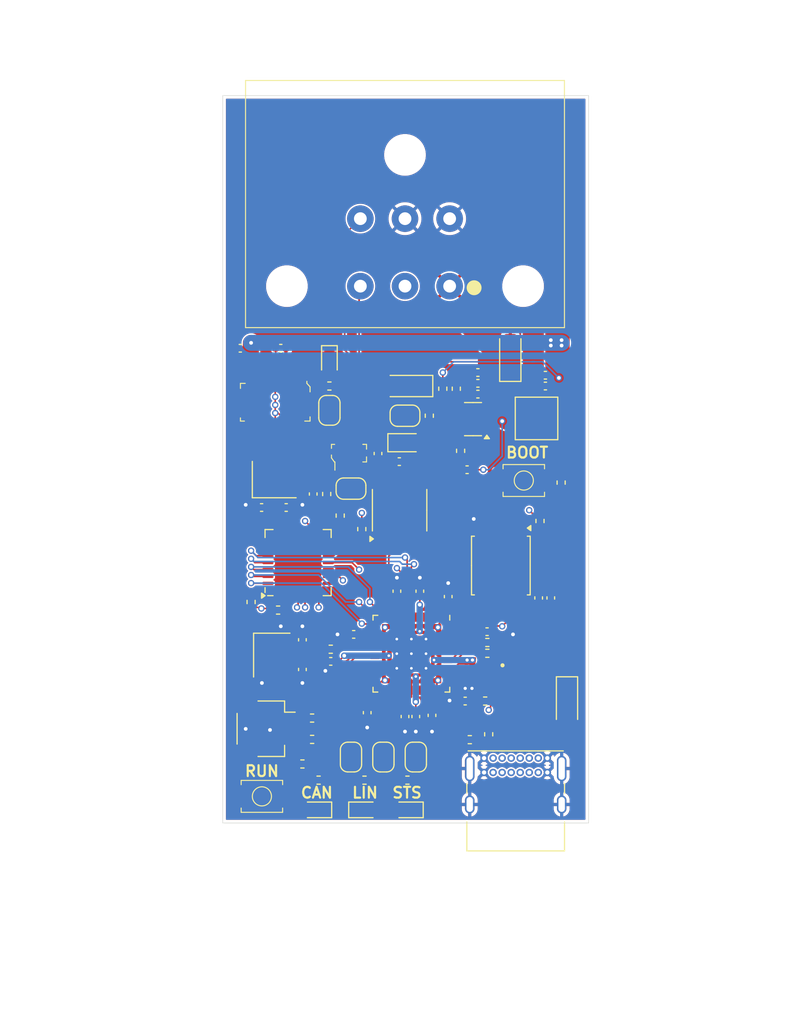
<source format=kicad_pcb>
(kicad_pcb (version 20241229) (generator "pcbnew") (generator_version "9.0")
  (layers (0 "F.Cu" signal) (4 "In1.Cu" power) (6 "In2.Cu" power) (2 "B.Cu" signal) (13 "F.Paste" user) (15 "B.Paste" user) (5 "F.SilkS" user "F.Silkscreen") (7 "B.SilkS" user "B.Silkscreen") (1 "F.Mask" user) (3 "B.Mask" user) (25 "Edge.Cuts" user))
  (net 0 "")
  (net 1 "LIN")
  (net 2 "GND")
  (net 3 "+12P")
  (net 4 "+5V")
  (net 5 "Net-(U6-OSC2)")
  (net 6 "Net-(U6-OSC1)")
  (net 7 "/Microcontroller/XIN")
  (net 8 "Net-(C7-Pad1)")
  (net 9 "+1V1")
  (net 10 "+3.3V")
  (net 11 "/Microcontroller/VREG_AVDD")
  (net 12 "Net-(C27-Pad1)")
  (net 13 "CAN_L")
  (net 14 "CAN_H")
  (net 15 "Net-(D5-A)")
  (net 16 "Net-(D6-A)")
  (net 17 "Net-(D8-A)")
  (net 18 "Net-(D9-A)")
  (net 19 "/Microcontroller/SWD")
  (net 20 "/Microcontroller/SWCLK")
  (net 22 "/Connectors/USB_D-")
  (net 23 "/Connectors/USB_D+")
  (net 25 "Net-(J2-CC1)")
  (net 26 "Net-(J2-CC2)")
  (net 27 "Net-(D14-A)")
  (net 28 "Net-(JP1-B)")
  (net 29 "Net-(JP2-B)")
  (net 30 "Net-(JP2-A)")
  (net 31 "Net-(JP3-A)")
  (net 32 "Net-(JP3-B)")
  (net 33 "Net-(JP4-B)")
  (net 34 "Net-(JP4-A)")
  (net 35 "Net-(JP5-A)")
  (net 36 "/Microcontroller/VREG_LX")
  (net 37 "Net-(D2-K)")
  (net 38 "/LIN/RX")
  (net 39 "/Microcontroller/XOUT")
  (net 40 "Net-(U6-~{CS})")
  (net 41 "Net-(U1-USB_DM)")
  (net 42 "Net-(U1-USB_DP)")
  (net 43 "/Microcontroller/QSPI_SS")
  (net 44 "Net-(R11-Pad1)")
  (net 45 "Net-(R12-Pad2)")
  (net 46 "Net-(U1-SWCLK)")
  (net 47 "Net-(U1-SWD)")
  (net 48 "Net-(U6-~{RESET})")
  (net 49 "Net-(U6-STBY)")
  (net 50 "Net-(U3-BOOT)")
  (net 51 "Net-(U3-FB)")
  (net 52 "/Microcontroller/RUN")
  (net 53 "/CAN/~{RX0BF}")
  (net 56 "/Microcontroller/QSPI_SD3")
  (net 58 "/LIN/TX")
  (net 60 "/Microcontroller/QSPI_SD0")
  (net 63 "/CAN/MOSI")
  (net 66 "/CAN/~{INT}")
  (net 67 "/Microcontroller/QSPI_SD1")
  (net 68 "/Microcontroller/QSPI_SD2")
  (net 72 "/CAN/MISO")
  (net 74 "/LIN/~{SLP}")
  (net 75 "/CAN/SCK")
  (net 76 "/CAN/~{TX0RTS}")
  (net 77 "/Microcontroller/QSPI_SCLK")
  (net 86 "Net-(U6-R_{XD})")
  (net 89 "Net-(U6-T_{XD})")
  (net 94 "+12V")
  (net 95 "Net-(JP6-B)")
  (net 97 "/Power/SW")
  (footprint "Resistor_SMD:R_0402_1005Metric" (layer "F.Cu") (at -4.064 11.938 -90)
    (property "Reference" "R2" (hide yes))
    (property "Value" "2.4K")
  )
  (footprint "Capacitor_SMD:C_0402_1005Metric" (layer "F.Cu") (at 4.064 18.288 -90)
    (property "Reference" "C15" (hide yes))
    (property "Value" "100nF")
  )
  (footprint "Resistor_SMD:R_0402_1005Metric" (layer "F.Cu") (at -6.096 10.668 -90)
    (property "Reference" "R17" (hide yes))
    (property "Value" "120R")
  )
  (footprint "Resistor_SMD:R_0402_1005Metric" (layer "F.Cu") (at 12.7 11.174 -90)
    (property "Reference" "R10" (hide yes))
    (property "Value" "10K")
  )
  (footprint "Capacitor_SMD:C_0402_1005Metric" (layer "F.Cu") (at -9.652 22.352 -90)
    (property "Reference" "C6" (hide yes))
    (property "Value" "15pF")
  )
  (footprint "Capacitor_SMD:C_0402_1005Metric" (layer "F.Cu") (at -11.176 9.906)
    (property "Reference" "C4" (hide yes))
    (property "Value" "22pF")
  )
  (footprint "Jumper:SolderJumper-2_P1.3mm_Bridged_RoundedPad1.0x1.5mm" (layer "F.Cu") (at -2.032 33.385 90)
    (property "Reference" "JP2" (hide yes))
    (property "Value" "LIN_LED")
  )
  (footprint "Capacitor_SMD:C_0402_1005Metric" (layer "F.Cu") (at -6.985 24.384)
    (property "Reference" "C9" (hide yes))
    (property "Value" "4.7uF")
  )
  (footprint "RP2350_60QFN_minimal:C_0402_1005Metric_small_pads" (layer "F.Cu") (at 5.334 25.654 90)
    (property "Reference" "C20" (hide yes))
    (property "Value" "4.7uF")
  )
  (footprint "Capacitor_SMD:C_0402_1005Metric" (layer "F.Cu") (at 13.716 18.415 -90)
    (property "Reference" "C19" (hide yes))
    (property "Value" "100nF")
  )
  (footprint "Package_DFN_QFN:QFN-28-1EP_6x6mm_P0.65mm_EP4.25x4.25mm" (layer "F.Cu") (at -10.056 15.09 90)
    (property "Reference" "U6" (hide yes))
    (property "Value" "MCP25625x-x-ML")
  )
  (footprint "Resistor_SMD:R_0402_1005Metric" (layer "F.Cu") (at 3.556 -1.27 90)
    (property "Reference" "R23" (hide yes))
    (property "Value" "52.3K")
  )
  (footprint "Capacitor_SMD:C_0402_1005Metric" (layer "F.Cu") (at -8.636 8.636 90)
    (property "Reference" "C3" (hide yes))
    (property "Value" "100nF")
  )
  (footprint "Capacitor_SMD:C_0402_1005Metric" (layer "F.Cu") (at 13.208 -1.524 180)
    (property "Reference" "C29" (hide yes))
    (property "Value" "22uF")
  )
  (footprint "Inductors_SMD:Wuerth_LHMI" (layer "F.Cu") (at 12.374 1.524)
    (property "Reference" "L2" (hide yes))
    (property "Value" "5.6uH")
  )
  (footprint "Crystal:Crystal_SMD_3225-4Pin_3.2x2.5mm" (layer "F.Cu") (at -12.534 23.792 -90)
    (property "Reference" "Y1" (hide yes))
    (property "Value" "ABM8-272-T3")
  )
  (footprint "Package_SO:SOIC-8_3.9x4.9mm_P1.27mm" (layer "F.Cu") (at -0.508 10.16 90)
    (property "Reference" "U2" (hide yes))
    (property "Value" "TJA1029T")
  )
  (footprint "Resistor_SMD:R_0402_1005Metric" (layer "F.Cu") (at -7.366 8.636 -90)
    (property "Reference" "R19" (hide yes))
    (property "Value" "10K")
  )
  (footprint "Resistor_SMD:R_0402_1005Metric" (layer "F.Cu") (at 6.096 31.75 180)
    (property "Reference" "R14" (hide yes))
    (property "Value" "5.1K")
  )
  (footprint "Package_TO_SOT_SMD:SOT-23-6" (layer "F.Cu") (at 6.3995 1.59 180)
    (property "Reference" "U3" (hide yes))
    (property "Value" "TPS56339DDC")
  )
  (footprint "Diode_SMD:D_SOD-123" (layer "F.Cu") (at 15.24 28.194 -90)
    (property "Reference" "D14" (hide yes))
    (property "Value" "Schottky")
  )
  (footprint "Capacitor_SMD:C_0402_1005Metric" (layer "F.Cu") (at 13.208 -2.54 180)
    (property "Reference" "C28" (hide yes))
    (property "Value" "22uF")
  )
  (footprint "Connector_USB:USB_C_Receptacle_GCT_USB4085" (layer "F.Cu") (at 7.439 33.486)
    (property "Reference" "J2" (hide yes))
    (property "Value" "USB_C_Receptacle_USB2.0")
  )
  (footprint "Resistor_SMD:R_0402_1005Metric" (layer "F.Cu") (at -9.652 34.036)
    (property "Reference" "R11" (hide yes))
    (property "Value" "1K")
  )
  (footprint "Capacitor_SMD:C_0402_1005Metric" (layer "F.Cu") (at 5.842 6.35)
    (property "Reference" "C27" (hide yes))
    (property "Value" "100nF")
  )
  (footprint "Capacitor_SMD:C_0402_1005Metric" (layer "F.Cu") (at -3.556 29.21 90)
    (property "Reference" "C13" (hide yes))
    (property "Value" "100nF")
  )
  (footprint "Diode_SMD:D_SOD-123" (layer "F.Cu") (at 9.906 -4.318 90)
    (property "Reference" "D3" (hide yes))
    (property "Value" "Schottky")
  )
  (footprint "Capacitor_SMD:C_0402_1005Metric" (layer "F.Cu") (at 6.858 -2.794 180)
    (property "Reference" "C26" (hide yes))
    (property "Value" "10uF")
  )
  (footprint "Capacitor_SMD:C_0402_1005Metric" (layer "F.Cu") (at -2.54 4.826 90)
    (property "Reference" "C2" (hide yes))
    (property "Value" "100nF")
  )
  (footprint "Capacitor_SMD:C_0402_1005Metric" (layer "F.Cu") (at 1.016 29.573568 90)
    (property "Reference" "C8" (hide yes))
    (property "Value" "100nF")
  )
  (footprint "Resistor_SMD:R_0402_1005Metric" (layer "F.Cu") (at -6.985 23.241 180)
    (property "Reference" "R3" (hide yes))
    (property "Value" "1K")
  )
  (footprint "Jumper:SolderJumper-2_P1.3mm_Open_RoundedPad1.0x1.5mm" (layer "F.Cu") (at -5.08 8.128 180)
    (property "Reference" "JP1" (hide yes))
    (property "Value" "TERM")
  )
  (footprint "Jumper:SolderJumper-2_P1.3mm_Bridged_RoundedPad1.0x1.5mm" (layer "F.Cu") (at 1.018 33.385 90)
    (property "Reference" "JP3" (hide yes))
    (property "Value" "CAN_LED")
  )
  (footprint "Resistor_SMD:R_0402_1005Metric" (layer "F.Cu") (at -8.7396 29.718 180)
    (property "Reference" "R15" (hide yes))
    (property "Value" "100R")
  )
  (footprint "Capacitor_SMD:C_0402_1005Metric" (layer "F.Cu") (at 0 29.573568 90)
    (property "Reference" "C14" (hide yes))
    (property "Value" "100nF")
  )
  (footprint "Resistor_SMD:R_0402_1005Metric" (layer "F.Cu") (at -3.81 35.56 180)
    (property "Reference" "R7" (hide yes))
    (property "Value" "120R")
  )
  (footprint "digikey-footprints:SOT-23-3" (layer "F.Cu") (at -5.268 4.792 90)
    (property "Reference" "D4" (hide yes))
    (property "Value" "NUP2105LT1G")
  )
  (footprint "Resistor_SMD:R_0402_1005Metric" (layer "F.Cu") (at 2.286 1.27 -90)
    (property "Reference" "R1" (hide yes))
    (property "Value" "1K")
  )
  (footprint "Capacitor_SMD:C_0402_1005Metric" (layer "F.Cu") (at -0.762 17.78 -90)
    (property "Reference" "C17" (hide yes))
    (property "Value" "100nF")
  )
  (footprint "Jumper:SolderJumper-2_P1.3mm_Bridged_RoundedPad1.0x1.5mm" (layer "F.Cu") (at -5.08 33.385 90)
    (property "Reference" "JP4" (hide yes))
    (property "Value" "STATUS_LED")
  )
  (footprint "Capacitor_SMD:C_0402_1005Metric" (layer "F.Cu") (at -0.536 5.588)
    (property "Reference" "C1" (hide yes))
    (property "Value" "220pF")
  )
  (footprint "Capacitor_SMD:C_0402_1005Metric" (layer "F.Cu") (at 6.858 -1.778 180)
    (property "Reference" "C25" (hide yes))
    (property "Value" "10uF")
  )
  (footprint "Package_SO:SOIC-8_5.3x5.3mm_P1.27mm" (layer "F.Cu") (at 9.017 15.367 -90)
    (property "Reference" "U5" (hide yes))
    (property "Value" "W25Q128JVS")
  )
  (footprint "Capacitor_SMD:C_0402_1005Metric" (layer "F.Cu") (at 1.397 17.78 -90)
    (property "Reference" "C10" (hide yes))
    (property "Value" "100nF")
  )
  (footprint "Capacitor_SMD:C_0402_1005Metric" (layer "F.Cu") (at 2.54 29.464 90)
    (property "Reference" "C12" (hide yes))
    (property "Value" "100nF")
  )
  (footprint "Capacitor_SMD:C_0402_1005Metric" (layer "F.Cu") (at -4.826 21.844)
    (property "Reference" "C16" (hide yes))
    (property "Value" "100nF")
  )
  (footprint "Diode_SMD:D_SOD-123" (layer "F.Cu") (at 0.254 -1.524 180)
    (property "Reference" "D2" (hide yes))
    (property "Value" "Schottky")
  )
  (footprint "Resistor_SMD:R_0402_1005Metric" (layer "F.Cu") (at -8.7376 31.7246)
    (property "Reference" "R16" (hide yes))
    (property "Value" "100R")
  )
  (footprint "LED_SMD:LED_0603_1608Metric" (layer "F.Cu") (at -7.112 -3.8355 -90)
    (property "Reference" "D6" (hide yes))
    (property "Value" "POWER")
  )
  (footprint "Resistor_SMD:R_0402_1005Metric" (layer "F.Cu") (at 5.2324 4.572 -90)
    (property "Reference" "R21" (hide yes))
    (property "Value" "30R")
  )
  (footprint "RP2350_60QFN_minimal:RP2350-QFN-60-1EP_7x7_P0.4mm_EP3.4x3.4mm_ThermalVias" (layer "F.Cu") (at 0.6016 23.66 -90)
    (property "Reference" "U1" (hide yes))
    (property "Value" "RP2350_60QFN")
  )
  (footprint "Diode_SMD:D_SOD-323" (layer "F.Cu") (at 0 3.81)
    (property "Reference" "D1" (hide yes))
    (property "Value" "PESD1LIN")
  )
  (footprint "Capacitor_SMD:C_0402_1005Metric" (layer "F.Cu") (at -9.652 25.146 -90)
    (property "Reference" "C7" (hide yes))
    (property "Value" "15pF")
  )
  (footprint "Connector_JST:JST_SH_SM03B-SRSS-TB_1x03-1MP_P1.00mm_Horizontal" (layer "F.Cu") (at -13.111 30.7226 -90)
    (property "Reference" "J1" (hide yes))
    (property "Value" "DEBUG")
  )
  (footprint "Capacitor_SMD:C_0402_1005Metric" (layer "F.Cu") (at 6.858 -0.762 180)
    (property "Reference" "C24" (hide yes))
    (property "Value" "100nF")
  )
  (footprint "Resistor_SMD:R_0402_1005Metric" (layer "F.Cu") (at -11.938 19.558)
    (property "Reference" "R18" (hide yes))
    (property "Value" "10K")
  )
  (footprint "Capacitor_SMD:C_0402_1005Metric" (layer "F.Cu") (at 12.573 18.415 -90)
    (property "Reference" "C23" (hide yes))
    (property "Value" "2.2uF")
  )
  (footprint "Capacitor_SMD:C_0402_1005Metric" (layer "F.Cu") (at -11.684 -5.08)
    (property "Reference" "C31" (hide yes))
    (property "Value" "10uF")
  )
  (footprint "Capacitor_SMD:C_0402_1005Metric" (layer "F.Cu") (at -15.494 -5.08 180)
    (property "Reference" "C30" (hide yes))
    (property "Value" "100nF")
  )
  (footprint "Jumper:SolderJumper-2_P1.3mm_Bridged_RoundedPad1.0x1.5mm" (layer "F.Cu") (at 0 1.27)
    (property "Reference" "JP6" (hide yes))
    (property "Value" "MASTER")
  )
  (footprint "Buttons:TS-1088-AR02016" (layer "F.Cu") (at 11.176 7.366)
    (property "Reference" "SW3" (hide yes))
    (property "Value" "BOOT")
  )
  (footprint "Resistor_SMD:R_0402_1005Metric" (layer "F.Cu") (at 4.826 -1.27 -90)
    (property "Reference" "R22" (hide yes))
    (property "Value" "10K")
  )
  (footprint "Jumper:SolderJumper-2_P1.3mm_Bridged_RoundedPad1.0x1.5mm" (layer "F.Cu") (at -7.112 0.762 -90)
    (property "Reference" "JP5" (hide yes))
    (property "Value" "POWER_LED")
  )
  (footprint "RP2350_60QFN_minimal:C_0402_1005Metric_small_pads" (layer "F.Cu") (at 6.3246 25.654 90)
    (property "Reference" "C21" (hide yes))
    (property "Value" "4.7uF")
  )
  (footprint "Crystal:Crystal_SMD_3225-4Pin_3.2x2.5mm" (layer "F.Cu") (at -12.304 7.278)
    (property "Reference" "Y2" (hide yes))
    (property "Value" "16MHz 12pF")
  )
  (footprint "RP2350_60QFN_minimal:L_pol_2016" (layer "F.Cu") (at 7.874 25.654 -90)
    (property "Reference" "L1" (hide yes))
    (property "Value" "3.3uH")
  )
  (footprint "LED_SMD:LED_0603_1608Metric" (layer "F.Cu") (at -3.81 38.354)
    (property "Reference" "D8" (hide yes))
    (property "Value" "LIN")
  )
  (footprint "Resistor_SMD:R_0402_1005Metric" (layer "F.Cu") (at 7.874 31.242 -90)
    (property "Reference" "R13" (hide yes))
    (property "Value" "5.1K")
  )
  (footprint "Resistor_SMD:R_0402_1005Metric" (layer "F.Cu") (at 14.689 7.561 90)
    (property "Reference" "R12" (hide yes))
    (property "Value" "1K")
  )
  (footprint "Resistor_SMD:R_0402_1005Metric" (layer "F.Cu") (at -7.112 -1.524)
    (property "Reference" "R24" (hide yes))
    (property "Value" "120R")
  )
  (footprint "Capacitor_SMD:C_0402_1005Metric" (layer "F.Cu") (at 5.6616 28.1178)
    (property "Reference" "C22" (hide yes))
    (property "Value" "4.7uF")
  )
  (footprint "Resistor_SMD:R_0402_1005Metric" (layer "F.Cu") (at -14.478 18.796 90)
    (property "Reference" "R4" (hide yes))
    (property "Value" "10K")
  )
  (footprint "digikey-footprints:SOT-223" (layer "F.Cu") (at -12.206 0 180)
    (property "Reference" "U4" (hide yes))
    (property "Value" "LD1117S33CTR")
  )
  (footprint "LED_SMD:LED_0603_1608Metric" (layer "F.Cu") (at 0.2285 38.354 180)
    (property "Reference" "D9" (hide yes))
    (property "Value" "CAN")
  )
  (footprint "LED_SMD:LED_0603_1608Metric" (layer "F.Cu") (at -8.382 38.354 180)
    (property "Reference" "D5" (hide yes))
    (property "Value" "STATUS")
  )
  (footprint "Resistor_SMD:R_0402_1005Metric" (layer "F.Cu") (at 0.2285 35.559 180)
    (property "Reference" "R8" (hide yes))
    (property "Value" "120R")
  )
  (footprint "Buttons:TS-1088-AR02016" (layer "F.Cu") (at -13.462 37.084)
    (property "Reference" "SW2" (hide yes))
    (property "Value" "RESET")
  )
  (footprint "Resistor_SMD:R_0402_1005Metric" (layer "F.Cu") (at 7.747 22.606 180)
    (property "Reference" "R9" (hide yes))
    (property "Value" "27R")
  )
  (footprint "Capacitor_SMD:C_0402_1005Metric" (layer "F.Cu") (at 7.7216 21.59 180)
    (property "Reference" "C11" (hide yes))
    (property "Value" "100nF")
  )
  (footprint "Resistor_SMD:R_0402_1005Metric" (layer "F.Cu") (at 7.5412 28.1178 180)
    (property "Reference" "R6" (hide yes))
    (property "Value" "33R")
  )
  (footprint "Resistor_SMD:R_0402_1005Metric" (layer "F.Cu") (at 7.747 23.622 180)
    (property "Reference" "R5" (hide yes))
    (property "Value" "27R")
  )
  (footprint "Resistor_SMD:R_0402_1005Metric" (layer "F.Cu") (at -8.128 35.559 180)
    (property "Reference" "R20" (hide yes))
    (property "Value" "120R")
  )
  (footprint "ATM:ATM13-6P" (layer "F.Cu") (at 0 -23.272)
    (property "Reference" "J4" (hide yes))
    (property "Value" "ATM15-6P-BM03")
  )
  (footprint "Capacitor_SMD:C_0402_1005Metric" (layer "F.Cu") (at -13.49 9.906 180)
    (property "Reference" "C5" (hide yes))
    (property "Value" "22pF")
  )
  (gr_rect (start -17.143 -28.86) (end 17.274 39.593) (stroke (width 0.05)) (fill no) (layer "Edge.Cuts"))
  (gr_text "LIN" (at -5.08 37.338 0) (layer "F.SilkS") (effects (font (size 1.016 1.016) (thickness 0.2032) (bold yes)) (justify left bottom)))
  (gr_text "CAN" (at -9.906 37.338 0) (layer "F.SilkS") (effects (font (size 1.016 1.016) (thickness 0.2032) (bold yes)) (justify left bottom)))
  (gr_text "STS" (at -1.2955 37.338 0) (layer "F.SilkS") (effects (font (size 1.016 1.016) (thickness 0.2032) (bold yes)) (justify left bottom)))
  (gr_text "RUN" (at -13.462 35.306 0) (layer "F.SilkS") (effects (font (size 1.016 1.016) (thickness 0.2032) (bold yes)) (justify bottom)))
  (gr_text "BOOT" (at 9.398 5.334 0) (layer "F.SilkS") (effects (font (size 1.016 1.016) (thickness 0.2032) (bold yes)) (justify left bottom)))
  (segment (start -1.05 3.81) (end -1.05 3.59) (width 0.15) (layer "F.Cu") (net 1))
  (segment (start 0.127 7.685) (end 0.127 6.731) (width 0.15) (layer "F.Cu") (net 1))
  (segment (start -0.65 3.19) (end -0.65 1.27) (width 0.15) (layer "F.Cu") (net 1))
  (segment (start -1.016 3.844) (end -1.05 3.81) (width 0.15) (layer "F.Cu") (net 1))
  (segment (start -1.05 3.59) (end -0.65 3.19) (width 0.15) (layer "F.Cu") (net 1))
  (segment (start 0.127 6.731) (end -1.016 5.588) (width 0.15) (layer "F.Cu") (net 1))
  (segment (start -1.016 5.588) (end -1.016 3.844) (width 0.15) (layer "F.Cu") (net 1))
  (segment (start -11.684 22.692) (end -11.684 21.082) (width 0.15) (layer "F.Cu") (net 2))
  (segment (start -14.986 30.734) (end -14.986 33.0226) (width 0.15) (layer "F.Cu") (net 2))
  (segment (start 0 30.988) (end 0 30.053568) (width 0.15) (layer "F.Cu") (net 2))
  (segment (start -13.384 24.892) (end -13.384 26.338) (width 0.15) (layer "F.Cu") (net 2))
  (segment (start -13.97 9.906) (end -14.732 9.906) (width 0.15) (layer "F.Cu") (net 2))
  (segment (start -0.762 16.637) (end -0.635 16.51) (width 0.15) (layer "F.Cu") (net 2))
  (segment (start -9.906 9.906) (end -9.652 9.652) (width 0.15) (layer "F.Cu") (net 2))
  (segment (start -7.465 24.384) (end -7.465 25.245) (width 0.15) (layer "F.Cu") (net 2))
  (segment (start -14.732 9.906) (end -14.986 9.652) (width 0.15) (layer "F.Cu") (net 2))
  (segment (start 8.4556 21.844) (end 10.16 21.844) (width 0.15) (layer "F.Cu") (net 2))
  (segment (start -11.111 30.7226) (end -12.587 30.7226) (width 0.15) (layer "F.Cu") (net 2))
  (segment (start -13.384 26.338) (end -13.462 26.416) (width 0.15) (layer "F.Cu") (net 2))
  (segment (start 4.064 17.808) (end 4.064 17.018) (width 0.15) (layer "F.Cu") (net 2))
  (segment (start -9.652 21.872) (end -9.652 21.082) (width 0.15) (layer "F.Cu") (net 2))
  (segment (start 4.2418 28.1178) (end 4.191 28.067) (width 0.4) (layer "F.Cu") (net 2))
  (segment (start 1.397 16.51) (end 1.397 17.3) (width 0.15) (layer "F.Cu") (net 2))
  (segment (start -9.652 25.626) (end -9.652 26.416) (width 0.15) (layer "F.Cu") (net 2))
  (segment (start 1.016 30.988) (end 1.016 30.053568) (width 0.15) (layer "F.Cu") (net 2))
  (segment (start 8.2016 21.59) (end 8.4556 21.844) (width 0.15) (layer "F.Cu") (net 2))
  (segment (start -10.696 9.906) (end -9.906 9.906) (width 0.15) (layer "F.Cu") (net 2))
  (segment (start 5.1816 28.1178) (end 4.2418 28.1178) (width 0.4) (layer "F.Cu") (net 2))
  (segment (start -12.587 30.7226) (end -12.7 30.8356) (width 0.15) (layer "F.Cu") (net 2))
  (segment (start -3.556 29.69) (end -3.556 30.607) (width 0.15) (layer "F.Cu") (net 2))
  (segment (start -7.465 25.245) (end -7.493 25.273) (width 0.15) (layer "F.Cu") (net 2))
  (segment (start 2.54 29.944) (end 2.54 30.988) (width 0.15) (layer "F.Cu") (net 2))
  (segment (start -5.306 21.844) (end -6.35 21.844) (width 0.15) (layer "F.Cu") (net 2))
  (segment (start -14.986 28.4226) (end -14.986 30.734) (width 0.15) (layer "F.Cu") (net 2))
  (segment (start -0.762 17.3) (end -0.762 16.637) (width 0.15) (layer "F.Cu") (net 2))
  (via (at 10.16 21.844) (size 0.6) (drill 0.35) (layers "F.Cu" "B.Cu") (net 2))
  (via (at 6.467 10.983259) (size 0.6) (drill 0.35) (layers "F.Cu" "B.Cu") (net 2))
  (via (at -7.493 25.273) (size 0.6) (drill 0.35) (layers "F.Cu" "B.Cu") (net 2))
  (via (at -13.462 26.416) (size 0.6) (drill 0.35) (layers "F.Cu" "B.Cu") (net 2))
  (via (at -3.556 30.607) (size 0.6) (drill 0.35) (layers "F.Cu" "B.Cu") (net 2))
  (via (at 0 30.988) (size 0.6) (drill 0.35) (layers "F.Cu" "B.Cu") (net 2))
  (via (at 1.397 16.51) (size 0.6) (drill 0.35) (layers "F.Cu" "B.Cu") (net 2))
  (via (at 5.6642 26.924) (size 0.6) (drill 0.3) (layers "F.Cu" "B.Cu") (net 2))
  (via (at -9.652 21.082) (size 0.6) (drill 0.35) (layers "F.Cu" "B.Cu") (net 2))
  (via (at 1.016 30.988) (size 0.6) (drill 0.35) (layers "F.Cu" "B.Cu") (net 2))
  (via (at -14.986 30.734) (size 0.6) (drill 0.35) (layers "F.Cu" "B.Cu") (net 2))
  (via (at 2.54 30.988) (size 0.6) (drill 0.35) (layers "F.Cu" "B.Cu") (net 2))
  (via (at -9.652 9.652) (size 0.6) (drill 0.35) (layers "F.Cu" "B.Cu") (net 2))
  (via (at -6.35 21.844) (size 0.6) (drill 0.35) (layers "F.Cu" "B.Cu") (net 2))
  (via (at 6.2992 26.924) (size 0.6) (drill 0.3) (layers "F.Cu" "B.Cu") (net 2))
  (via (at -14.986 9.652) (size 0.6) (drill 0.35) (layers "F.Cu" "B.Cu") (net 2))
  (via (at -0.762 16.51) (size 0.6) (drill 0.35) (layers "F.Cu" "B.Cu") (net 2))
  (via (at -12.7 30.8356) (size 0.6) (drill 0.35) (layers "F.Cu" "B.Cu") (net 2))
  (via (at 4.064 17.018) (size 0.6) (drill 0.35) (layers "F.Cu" "B.Cu") (net 2))
  (via (at -9.652 26.416) (size 0.6) (drill 0.35) (layers "F.Cu" "B.Cu") (net 2))
  (via (at 4.191 28.067) (size 0.6) (drill 0.35) (layers "F.Cu" "B.Cu") (net 2))
  (via (at -11.684 21.082) (size 0.6) (drill 0.35) (layers "F.Cu" "B.Cu") (net 2))
  (segment (start -0.508 -1.524) (end -1.396 -1.524) (width 0.15) (layer "F.Cu") (net 3))
  (segment (start -2.54 5.306) (end -1.806 5.306) (width 0.15) (layer "F.Cu") (net 3))
  (segment (start -1.806 5.306) (end -1.778 5.334) (width 0.15) (layer "F.Cu") (net 3))
  (segment (start 1.778 -3.81) (end -0.508 -1.524) (width 0.15) (layer "F.Cu") (net 3))
  (segment (start 9.906 -2.668) (end 9.27 -2.668) (width 0.15) (layer "F.Cu") (net 3))
  (segment (start 9.27 -2.668) (end 8.128 -3.81) (width 0.15) (layer "F.Cu") (net 3))
  (segment (start 8.128 -3.81) (end 1.778 -3.81) (width 0.15) (layer "F.Cu") (net 3))
  (segment (start -1.143 7.685) (end -1.778 7.05) (width 0.15) (layer "F.Cu") (net 3))
  (segment (start -1.778 7.05) (end -1.778 5.334) (width 0.15) (layer "F.Cu") (net 3))
  (segment (start -1.778 5.334) (end -1.778 -1.142) (width 0.15) (layer "F.Cu") (net 3))
  (segment (start -1.778 -1.142) (end -1.396 -1.524) (width 0.15) (layer "F.Cu") (net 3))
  (segment (start -13.728 5.08) (end -10.414 5.08) (width 0.15) (layer "F.Cu") (net 4))
  (segment (start -14.506 -3.15) (end -14.506 4.302) (width 0.15) (layer "F.Cu") (net 4))
  (segment (start -10.414 5.08) (end -9.652 5.842) (width 0.15) (layer "F.Cu") (net 4))
  (segment (start -8.636 9.670001) (end -8.636 9.116) (width 0.15) (layer "F.Cu") (net 4))
  (segment (start -10.706 12.2525) (end -10.706 11.740001) (width 0.15) (layer "F.Cu") (net 4))
  (segment (start -9.172 9.116) (end -8.636 9.116) (width 0.15) (layer "F.Cu") (net 4))
  (segment (start -14.506 -5.56) (end -14.478 -5.588) (width 1.5) (layer "F.Cu") (net 4))
  (segment (start -14.506 -3.15) (end -14.506 -5.56) (width 1.5) (layer "F.Cu") (net 4))
  (segment (start -9.652 5.842) (end -9.652 8.636) (width 0.15) (layer "F.Cu") (net 4))
  (segment (start -9.652 8.636) (end -9.172 9.116) (width 0.15) (layer "F.Cu") (net 4))
  (segment (start -14.506 4.302) (end -13.728 5.08) (width 0.15) (layer "F.Cu") (net 4))
  (segment (start -10.706 11.740001) (end -8.636 9.670001) (width 0.15) (layer "F.Cu") (net 4))
  (segment (start 3.556 -1.78) (end 3.556 -2.794) (width 0.15) (layer "F.Cu") (net 4))
  (via (at 14.732 -5.842) (size 0.6) (drill 0.35) (layers "F.Cu" "B.Cu") (net 4))
  (via (at 14.478 -2.286) (size 0.6) (drill 0.35) (layers "F.Cu" "B.Cu") (net 4))
  (via (at 13.716 -5.334) (size 0.6) (drill 0.35) (layers "F.Cu" "B.Cu") (net 4))
  (via (at -14.478 -5.588) (size 0.6) (drill 0.35) (layers "F.Cu" "B.Cu") (net 4))
  (via (at 3.556 -2.794) (size 0.6) (drill 0.35) (layers "F.Cu" "B.Cu") (net 4))
  (via (at 14.732 -5.334) (size 0.6) (drill 0.35) (layers "F.Cu" "B.Cu") (net 4))
  (via (at 13.716 -5.842) (size 0.6) (drill 0.35) (layers "F.Cu" "B.Cu") (net 4))
  (segment (start 4.572 -3.81) (end 12.192 -3.81) (width 0.15) (layer "B.Cu") (net 4))
  (segment (start 12.192 -3.81) (end 11.938 -3.81) (width 0.15) (layer "B.Cu") (net 4))
  (segment (start 11.938 -3.81) (end 12.954 -3.81) (width 0.15) (layer "B.Cu") (net 4))
  (segment (start 12.954 -3.81) (end 14.478 -2.286) (width 0.15) (layer "B.Cu") (net 4))
  (segment (start 3.556 -2.794) (end 4.572 -3.81) (width 0.15) (layer "B.Cu") (net 4))
  (segment (start 14.732 -5.588) (end -14.478 -5.588) (width 1.5) (layer "B.Cu") (net 4))
  (segment (start -11.356 10.206) (end -11.656 9.906) (width 0.15) (layer "F.Cu") (net 5))
  (segment (start -11.204 8.128) (end -11.204 9.454) (width 0.15) (layer "F.Cu") (net 5))
  (segment (start -11.356 12.2525) (end -11.356 10.206) (width 0.15) (layer "F.Cu") (net 5))
  (segment (start -11.204 9.454) (end -11.656 9.906) (width 0.15) (layer "F.Cu") (net 5))
  (segment (start -13.01 8.522) (end -13.404 8.128) (width 0.15) (layer "F.Cu") (net 6))
  (segment (start -12.006 12.2525) (end -12.006 10.91) (width 0.15) (layer "F.Cu") (net 6))
  (segment (start -13.01 9.906) (end -13.01 8.522) (width 0.15) (layer "F.Cu") (net 6))
  (segment (start -12.006 10.91) (end -13.01 9.906) (width 0.15) (layer "F.Cu") (net 6))
  (segment (start -12.458 23.618) (end -13.384 22.692) (width 0.15) (layer "F.Cu") (net 7))
  (segment (start -6.021726 22.606) (end -8.918 22.606) (width 0.15) (layer "F.Cu") (net 7))
  (segment (start -8.918 22.606) (end -9.144 22.832) (width 0.15) (layer "F.Cu") (net 7))
  (segment (start -9.144 22.832) (end -9.652 22.832) (width 0.15) (layer "F.Cu") (net 7))
  (segment (start -5.767726 22.86) (end -6.021726 22.606) (width 0.15) (layer "F.Cu") (net 7))
  (segment (start -9.652 22.832) (end -9.652 22.86) (width 0.15) (layer "F.Cu") (net 7))
  (segment (start -2.8359 22.86) (end -5.767726 22.86) (width 0.15) (layer "F.Cu") (net 7))
  (segment (start -10.41 23.618) (end -12.458 23.618) (width 0.15) (layer "F.Cu") (net 7))
  (segment (start -9.652 22.86) (end -10.41 23.618) (width 0.15) (layer "F.Cu") (net 7))
  (segment (start -8.227 23.241) (end -9.652 24.666) (width 0.15) (layer "F.Cu") (net 8))
  (segment (start -9.652 24.666) (end -11.458 24.666) (width 0.15) (layer "F.Cu") (net 8))
  (segment (start -11.458 24.666) (end -11.684 24.892) (width 0.15) (layer "F.Cu") (net 8))
  (segment (start -7.495 23.241) (end -8.227 23.241) (width 0.15) (layer "F.Cu") (net 8))
  (segment (start -6.505 24.384) (end -6.2484 24.384) (width 0.15) (layer "F.Cu") (net 9))
  (segment (start 5.8674 24.6126) (end 5.6896 24.6126) (width 0.15) (layer "F.Cu") (net 9))
  (segment (start -5.715 23.8506) (end -5.5244 23.66) (width 0.15) (layer "F.Cu") (net 9))
  (segment (start -6.2484 24.384) (end -5.715 23.8506) (width 0.15) (layer "F.Cu") (net 9))
  (segment (start 1.0016 28.1796) (end 1.016 28.194) (width 0.15) (layer "F.Cu") (net 9))
  (segment (start 1.4016 19.066) (end 1.3856 19.05) (width 0.15) (layer "F.Cu") (net 9))
  (segment (start -5.5244 23.66) (end -2.8359 23.66) (width 0.15) (layer "F.Cu") (net 9))
  (segment (start 1.016 28.194) (end 1.016 29.093568) (width 0.15) (layer "F.Cu") (net 9))
  (segment (start 1.397 18.26) (end 1.397 19.0386) (width 0.15) (layer "F.Cu") (net 9))
  (segment (start 1.397 19.0386) (end 1.3856 19.05) (width 0.15) (layer "F.Cu") (net 9))
  (segment (start 4.0391 24.86) (end 4.7818 24.86) (width 0.15) (layer "F.Cu") (net 9))
  (segment (start 4.7818 24.86) (end 5.0292 24.6126) (width 0.15) (layer "F.Cu") (net 9))
  (segment (start 1.4016 20.2225) (end 1.4016 19.066) (width 0.15) (layer "F.Cu") (net 9))
  (segment (start 1.0016 27.0975) (end 1.0016 28.1796) (width 0.15) (layer "F.Cu") (net 9))
  (segment (start 5.0292 24.6126) (end 5.8674 24.6126) (width 0.15) (layer "F.Cu") (net 9))
  (via (at 1.3856 19.05) (size 0.6) (drill 0.35) (layers "F.Cu" "B.Cu") (net 9))
  (via (at -5.715 23.8506) (size 0.6) (drill 0.35) (layers "F.Cu" "B.Cu") (net 9))
  (via (at 1.016 28.194) (size 0.6) (drill 0.35) (layers "F.Cu" "B.Cu") (net 9))
  (via (at 1.016 25.8064) (size 0.6) (drill 0.25) (layers "F.Cu" "B.Cu") (net 9))
  (via (at 5.842 24.257) (size 0.6) (drill 0.3) (layers "F.Cu" "B.Cu") (net 9))
  (via (at 1.3856 21.5518) (size 0.6) (drill 0.25) (layers "F.Cu" "B.Cu") (net 9))
  (via (at 2.7318 24.257) (size 0.6) (drill 0.25) (layers "F.Cu" "B.Cu") (net 9))
  (via (at -1.524 23.8506) (size 0.6) (drill 0.25) (layers "F.Cu" "B.Cu") (net 9))
  (via (at 6.35 24.257) (size 0.6) (drill 0.3) (layers "F.Cu" "B.Cu") (net 9))
  (segment (start -1.524 23.8506) (end -5.715 23.8506) (width 0.6) (layer "B.Cu") (net 9))
  (segment (start 5.842 24.257) (end 6.35 24.257) (width 0.6) (layer "B.Cu") (net 9))
  (segment (start 1.016 28.194) (end 1.016 25.8064) (width 0.6) (layer "B.Cu") (net 9))
  (segment (start 1.3856 19.05) (end 1.3856 21.501) (width 0.6) (layer "B.Cu") (net 9))
  (segment (start 2.7318 24.257) (end 5.842 24.257) (width 0.6) (layer "B.Cu") (net 9))
  (segment (start 4.0391 25.26) (end 3.442 25.26) (width 0.15) (layer "F.Cu") (net 10))
  (segment (start -0.5984 19.676012) (end -0.717 19.557412) (width 0.15) (layer "F.Cu") (net 10))
  (segment (start 3.4016 20.2225) (end 3.4016 20.66) (width 0.15) (layer "F.Cu") (net 10))
  (segment (start 4.913342 23.26) (end 6.583342 21.59) (width 0.15) (layer "F.Cu") (net 10))
  (segment (start -0.5984 20.9916) (end -0.5588 21.0312) (width 0.15) (layer "F.Cu") (net 10))
  (segment (start -12.206 -3.15) (end -12.206 -0.508) (width 0.15) (layer "F.Cu") (net 10))
  (segment (start 9.144 21.082) (end 10.922 19.304) (width 0.15) (layer "F.Cu") (net 10))
  (segment (start -11.139726 20.104) (end -11.902 20.104) (width 0.15) (layer "F.Cu") (net 10))
  (segment (start 3.4016 20.66) (end 3.0988 20.9628) (width 0.15) (layer "F.Cu") (net 10))
  (segment (start -2.8359 22.46) (end -2.0384 22.46) (width 0.15) (layer "F.Cu") (net 10))
  (segment (start -13.6124 19.306) (end -13.5128 19.4056) (width 0.15) (layer "F.Cu") (net 10))
  (segment (start -10.706 17.9275) (end -10.706 19.670274) (width 0.15) (layer "F.Cu") (net 10))
  (segment (start -2.8359 26.46) (end -2.3984 26.46) (width 0.15) (layer "F.Cu") (net 10))
  (segment (start -4.064 11.428) (end -4.064 10.414) (width 0.15) (layer "F.Cu") (net 10))
  (segment (start 4.0391 23.66) (end 4.513342 23.66) (width 0.15) (layer "F.Cu") (net 10))
  (segment (start 3.3274 23.6474) (end 3.3274 23.26) (width 0.15) (layer "F.Cu") (net 10))
  (segment (start -10.706 19.670274) (end -11.139726 20.104) (width 0.15) (layer "F.Cu") (net 10))
  (segment (start 4.0391 23.66) (end 3.34 23.66) (width 0.15) (layer "F.Cu") (net 10))
  (segment (start -12.164 -5.08) (end -12.164 -3.192) (width 0.15) (layer "F.Cu") (net 10))
  (segment (start -7.2185 15.09) (end -4.976 15.09) (width 0.15) (layer "F.Cu") (net 10))
  (segment (start 3.4016 27.0975) (end 3.0016 27.0975) (width 0.15) (layer "F.Cu") (net 10))
  (segment (start 12.573 18.895) (end 12.291 18.895) (width 0.15) (layer "F.Cu") (net 10))
  (segment (start -4.976 15.09) (end -4.318 15.748) (width 0.15) (layer "F.Cu") (net 10))
  (segment (start 3.3274 23.26) (end 4.0391 23.26) (width 0.15) (layer "F.Cu") (net 10))
  (segment (start -0.717 18.288588) (end -0.718043 18.287545) (width 0.15) (layer "F.Cu") (net 10))
  (segment (start 3.0016 26.2592) (end 3.0988 26.162) (width 0.15) (layer "F.Cu") (net 10))
  (segment (start -11.542 1.412) (end -7.112 1.412) (width 0.15) (layer "F.Cu") (net 10))
  (segment (start 3.0016 27.0975) (end 3.0016 28.5224) (width 0.15) (layer "F.Cu") (net 10))
  (segment (start 12.7 10.664) (end 12.188 10.664) (width 0.15) (layer "F.Cu") (net 10))
  (segment (start -0.717 19.557412) (end -0.717 18.288588) (width 0.15) (layer "F.Cu") (net 10))
  (segment (start 3.0016 28.5224) (end 2.54 28.984) (width 0.15) (layer "F.Cu") (net 10))
  (segment (start -0.5984 20.2225) (end -0.5984 19.676012) (width 0.15) (layer "F.Cu") (net 10))
  (segment (start -3.556 27.94) (end -3.556 28.73) (width 0.15) (layer "F.Cu") (net 10))
  (segment (start 9.116 21.054) (end 9.144 21.082) (width 0.15) (layer "F.Cu") (net 10))
  (segment (start 4.0391 23.26) (end 4.913342 23.26) (width 0.15) (layer "F.Cu") (net 10))
  (segment (start -0.718043 18.287545) (end -0.734455 18.287545) (width 0.15) (layer "F.Cu") (net 10))
  (segment (start 0 28.326116) (end 0.6016 27.724516) (width 0.15) (layer "F.Cu") (net 10))
  (segment (start 7.2416 21.59) (end 7.7776 21.054) (width 0.15) (layer "F.Cu") (net 10))
  (segment (start 3.442 25.26) (end 3.302 25.4) (width 0.15) (layer "F.Cu") (net 10))
  (segment (start -2.8359 22.46) (end -3.73 22.46) (width 0.15) (layer "F.Cu") (net 10))
  (segment (start -12.206 0.254) (end -12.206 1.016) (width 0.15) (layer "F.Cu") (net 10))
  (segment (start -12.164 -3.192) (end -12.206 -3.15) (width 0.15) (layer "F.Cu") (net 10))
  (segment (start -11.902 20.104) (end -12.448 19.558) (width 0.15) (layer "F.Cu") (net 10))
  (segment (start -0.734455 18.287545) (end -0.762 18.26) (width 0.15) (layer "F.Cu") (net 10))
  (segment (start 4.064 18.768) (end 4.064 19.5601) (width 0.15) (layer "F.Cu") (net 10))
  (segment (start 12.188 10.664) (end 11.684 10.16) (width 0.15) (layer "F.Cu") (net 10))
  (segment (start -11.938 1.016) (end -11.542 1.412) (width 0.15) (layer "F.Cu") (net 10))
  (segment (start 0.6016 27.724516) (end 0.6016 27.0975) (width 0.15) (layer "F.Cu") (net 10))
  (segment (start -3.73 22.46) (end -4.346 21.844) (width 0.15) (layer "F.Cu") (net 10))
  (segment (start -2.921 27.305) (end -3.556 27.94) (width 0.15) (layer "F.Cu") (net 10))
  (segment (start 7.7776 21.054) (end 9.116 21.054) (width 0.15) (layer "F.Cu") (net 10))
  (segment (start -2.3984 26.46) (end -2.1004 26.162) (width 0.15) (layer "F.Cu") (net 10))
  (segment (start 0.6016 26.2556) (end 0.508 26.162) (width 0.15) (layer "F.Cu") (net 10))
  (segment (start 4.064 19.5601) (end 3.4016 20.2225) (width 0.15) (layer "F.Cu") (net 10))
  (segment (start -12.6004 19.4056) (end -12.448 19.558) (width 0.15) (layer "F.Cu") (net 10))
  (segment (start -0.5984 20.2225) (end -0.5984 20.9916) (width 0.15) (layer "F.Cu") (net 10))
  (segment (start 8.0512 28.1178) (end 8.0512 28.7788) (width 0.15) (layer "F.Cu") (net 10))
  (segment (start 0 29.093568) (end 0 28.326116) (width 0.15) (layer "F.Cu") (net 10))
  (segment (start -12.206 -0.508) (end -12.206 0.254) (width 0.15) (layer "F.Cu") (net 10))
  (segment (start -2.1004 26.162) (end -1.8796 26.162) (width 0.15) (layer "F.Cu") (net 10))
  (segment (start 0.6016 27.0975) (end 0.6016 26.2556) (width 0.15) (layer "F.Cu") (net 10))
  (segment (start -2.921 26.5451) (end -2.921 27.305) (width 0.15) (layer "F.Cu") (net 10))
  (segment (start -14.478 19.306) (end -13.6124 19.306) (width 0.15) (layer "F.Cu") (net 10))
  (segment (start 8.0512 28.7788) (end 7.874 28.956) (width 0.15) (layer "F.Cu") (net 10))
  (segment (start 4.513342 23.66) (end 4.913342 23.26) (width 0.15) (layer "F.Cu") (net 10))
  (segment (start 3.34 23.66) (end 3.3274 23.6474) (width 0.15) (layer "F.Cu") (net 10))
  (segment (start 12.291 18.895) (end 12.2315 18.9545) (width 0.15) (layer "F.Cu") (net 10))
  (segment (start 3.0016 27.0975) (end 3.0016 26.2592) (width 0.15) (layer "F.Cu") (net 10))
  (segment (start 10.922 19.304) (end 10.922 18.9545) (width 0.15) (layer "F.Cu") (net 10))
  (segment (start -2.0384 22.46) (end -2.032 22.4536) (width 0.15) (layer "F.Cu") (net 10))
  (segment (start -13.5128 19.4056) (end -12.6004 19.4056) (width 0.15) (layer "F.Cu") (net 10))
  (segment (start 6.583342 21.59) (end 7.2416 21.59) (width 0.15) (layer "F.Cu") (net 10))
  (segment (start -12.206 1.016) (end -11.938 1.016) (width 0.15) (layer "F.Cu") (net 10))
  (segment (start 3.0988 20.9628) (end 3.0988 21.1836) (width 0.15) (layer "F.Cu") (net 10))
  (segment (start -12.206 1.016) (end -12.206 3.15) (width 0.15) (layer "F.Cu") (net 10))
  (segment (start 13.716 18.895) (end 12.573 18.895) (width 0.15) (layer "F.Cu") (net 10))
  (segment (start -2.8359 26.46) (end -2.921 26.5451) (width 0.15) (layer "F.Cu") (net 10))
  (segment (start 12.2315 18.9545) (end 10.922 18.9545) (width 0.15) (layer "F.Cu") (net 10))
  (via (at -12.206 1.016) (size 0.6) (drill 0.35) (layers "F.Cu" "B.Cu") (net 10))
  (via (at 9.144 21.082) (size 0.6) (drill 0.35) (layers "F.Cu" "B.Cu") (net 10))
  (via (at 3.0988 26.162) (size 0.6) (drill 0.35) (layers "F.Cu" "B.Cu") (net 10))
  (via (at 7.874 28.956) (size 0.6) (drill 0.35) (layers "F.Cu" "B.Cu") (net 10))
  (via (at -1.8796 21.1836) (size 0.6) (drill 0.35) (layers "F.Cu" "B.Cu") (net 10))
  (via (at -12.206 -0.508) (size 0.6) (drill 0.35) (layers "F.Cu" "B.Cu") (net 10))
  (via (at -4.064 10.414) (size 0.6) (drill 0.35) (layers "F.Cu" "B.Cu") (net 10))
  (via (at -12.206 0.254) (size 0.6) (drill 0.35) (layers "F.Cu" "B.Cu") (net 10))
  (via (at -13.5128 19.4056) (size 0.6) (drill 0.35) (layers "F.Cu" "B.Cu") (net 10))
  (via (at -4.318 15.748) (size 0.6) (drill 0.35) (layers "F.Cu" "B.Cu") (net 10))
  (via (at -1.8796 26.162) (size 0.6) (drill 0.35) (layers "F.Cu" "B.Cu") (net 10))
  (via (at 3.0988 21.1836) (size 0.6) (drill 0.35) (layers "F.Cu" "B.Cu") (net 10))
  (via (at 11.684 10.16) (size 0.6) (drill 0.35) (layers "F.Cu" "B.Cu") (net 10))
  (segment (start 5.1109 27.5318) (end 5.5556 27.5318) (width 0.15) (layer "F.Cu") (net 11))
  (segment (start 5.5556 27.5318) (end 6.1416 28.1178) (width 0.15) (layer "F.Cu") (net 11))
  (segment (start 4.0391 26.46) (end 5.1109 27.5318) (width 0.15) (layer "F.Cu") (net 11))
  (segment (start 6.1416 28.1178) (end 7.0312 28.1178) (width 0.15) (layer "F.Cu") (net 11))
  (segment (start 5.2324 6.2204) (end 5.362 6.35) (width 0.15) (layer "F.Cu") (net 12))
  (segment (start 5.2324 5.082) (end 5.2324 6.2204) (width 0.15) (layer "F.Cu") (net 12))
  (segment (start -4.43 5.954) (end -4.318 5.842) (width 0.15) (layer "F.Cu") (net 13))
  (segment (start -6.706001 14.44) (end -5.334 13.067999) (width 0.15) (layer "F.Cu") (net 13))
  (segment (start -7.2185 14.44) (end -6.706001 14.44) (width 0.15) (layer "F.Cu") (net 13))
  (segment (start -5.334 13.067999) (end -5.334 9.787) (width 0.15) (layer "F.Cu") (net 13))
  (segment (start -5.334 9.787) (end -4.43 8.883) (width 0.15) (layer "F.Cu") (net 13))
  (segment (start -4.318 -10.804) (end -4.2 -10.922) (width 0.15) (layer "F.Cu") (net 13))
  (segment (start -4.43 8.883) (end -4.43 8.128) (width 0.15) (layer "F.Cu") (net 13))
  (segment (start -4.318 5.842) (end -4.318 -10.804) (width 0.15) (layer "F.Cu") (net 13))
  (segment (start -4.43 8.128) (end -4.43 5.954) (width 0.15) (layer "F.Cu") (net 13))
  (segment (start -6.218 3.29) (end -5.08 2.152) (width 0.15) (layer "F.Cu") (net 14))
  (segment (start -5.08 2.152) (end -5.08 -4.318) (width 0.15) (layer "F.Cu") (net 14))
  (segment (start -6.218 5.842) (end -6.218 3.29) (width 0.15) (layer "F.Cu") (net 14))
  (segment (start -5.08 -4.318) (end -5.676 -4.914) (width 0.15) (layer "F.Cu") (net 14))
  (segment (start -5.676 -4.914) (end -5.676 -15.796) (width 0.15) (layer "F.Cu") (net 14))
  (segment (start -6.096 13.179999) (end -6.096 11.178) (width 0.15) (layer "F.Cu") (net 14))
  (segment (start -5.676 -15.796) (end -4.2 -17.272) (width 0.15) (layer "F.Cu") (net 14))
  (segment (start -6.642 6.266) (end -6.218 5.842) (width 0.15) (layer "F.Cu") (net 14))
  (segment (start -6.642 10.632) (end -6.642 6.266) (width 0.15) (layer "F.Cu") (net 14))
  (segment (start -7.2185 13.79) (end -6.706001 13.79) (width 0.15) (layer "F.Cu") (net 14))
  (segment (start -6.096 11.178) (end -6.642 10.632) (width 0.15) (layer "F.Cu") (net 14))
  (segment (start -6.706001 13.79) (end -6.096 13.179999) (width 0.15) (layer "F.Cu") (net 14))
  (segment (start -8.638 35.559) (end -8.638 37.8225) (width 0.15) (layer "F.Cu") (net 15))
  (segment (start -8.638 37.8225) (end -9.1695 38.354) (width 0.15) (layer "F.Cu") (net 15))
  (segment (start -6.602 -2.538) (end -7.112 -3.048) (width 0.15) (layer "F.Cu") (net 16))
  (segment (start -6.602 -1.524) (end -6.602 -2.538) (width 0.15) (layer "F.Cu") (net 16))
  (segment (start -4.32 35.56) (end -4.32 37.0565) (width 0.15) (layer "F.Cu") (net 17))
  (segment (start -4.32 37.0565) (end -3.0225 38.354) (width 0.15) (layer "F.Cu") (net 17))
  (segment (start -0.2815 35.559) (end -0.2815 38.0765) (width 0.15) (layer "F.Cu") (net 18))
  (segment (start -0.2815 38.0765) (end -0.559 38.354) (width 0.15) (layer "F.Cu") (net 18))
  (segment (start -11.109 31.7246) (end -11.111 31.7226) (width 0.15) (layer "F.Cu") (net 19))
  (segment (start -9.2476 31.7246) (end -11.109 31.7246) (width 0.15) (layer "F.Cu") (net 19))
  (segment (start -11.1064 29.718) (end -11.111 29.7226) (width 0.15) (layer "F.Cu") (net 20))
  (segment (start -9.2496 29.718) (end -11.1064 29.718) (width 0.15) (layer "F.Cu") (net 20))
  (segment (start -6.096 10.158) (end -6.096 8.494) (width 0.15) (layer "F.Cu") (net 28))
  (segment (start -6.096 8.494) (end -5.73 8.128) (width 0.15) (layer "F.Cu") (net 28))
  (segment (start -0.9984 27.0975) (end -0.9984 32.2114) (width 0.15) (layer "F.Cu") (net 29))
  (segment (start -1.522 32.735) (end -2.032 32.735) (width 0.15) (layer "F.Cu") (net 29))
  (segment (start -0.9984 32.2114) (end -1.522 32.735) (width 0.15) (layer "F.Cu") (net 29))
  (segment (start -2.032 34.035) (end -3.3 35.303) (width 0.15) (layer "F.Cu") (net 30))
  (segment (start -3.3 35.303) (end -3.3 35.56) (width 0.15) (layer "F.Cu") (net 30))
  (segment (start 1.018 35.2795) (end 0.7385 35.559) (width 0.15) (layer "F.Cu") (net 31))
  (segment (start 1.018 34.035) (end 1.018 35.2795) (width 0.15) (layer "F.Cu") (net 31))
  (segment (start -0.5984 31.1516) (end 0 31.75) (width 0.15) (layer "F.Cu") (net 32))
  (segment (start 0 31.75) (end 0.033 31.75) (width 0.15) (layer "F.Cu") (net 32))
  (segment (start 0.033 31.75) (end 1.018 32.735) (width 0.15) (layer "F.Cu") (net 32))
  (segment (start -0.5984 27.0975) (end -0.5984 31.1516) (width 0.15) (layer "F.Cu") (net 32))
  (segment (start -1.3984 27.0975) (end -1.3984 30.0714) (width 0.15) (layer "F.Cu") (net 33))
  (segment (start -1.3984 30.0714) (end -4.062 32.735) (width 0.15) (layer "F.Cu") (net 33))
  (segment (start -4.062 32.735) (end -5.08 32.735) (width 0.15) (layer "F.Cu") (net 33))
  (segment (start -6.094 34.035) (end -7.618 35.559) (width 0.15) (layer "F.Cu") (net 34))
  (segment (start -5.08 34.035) (end -6.094 34.035) (width 0.15) (layer "F.Cu") (net 34))
  (segment (start -7.622 -0.398) (end -7.622 -1.524) (width 0.15) (layer "F.Cu") (net 35))
  (segment (start -7.112 0.112) (end -7.622 -0.398) (width 0.15) (layer "F.Cu") (net 35))
  (segment (start 2.286 -1.142) (end 1.904 -1.524) (width 0.15) (layer "F.Cu") (net 37))
  (segment (start 2.286 0.76) (end 2.286 -1.142) (width 0.15) (layer "F.Cu") (net 37))
  (segment (start -2.413 12.635) (end -3.877 12.635) (width 0.15) (layer "F.Cu") (net 38))
  (segment (start -2.413 11.660001) (end -2.413 12.635) (width 0.15) (layer "F.Cu") (net 38))
  (segment (start 1.016 13.97) (end -0.254 13.97) (width 0.15) (layer "F.Cu") (net 38))
  (segment (start 2.6016 15.5556) (end 1.016 13.97) (width 0.15) (layer "F.Cu") (net 38))
  (segment (start -0.254 13.97) (end -0.508 13.716) (width 0.15) (layer "F.Cu") (net 38))
  (segment (start -0.508 11.594549) (end -0.926549 11.176) (width 0.15) (layer "F.Cu") (net 38))
  (segment (start -0.926549 11.176) (end -1.928999 11.176) (width 0.15) (layer "F.Cu") (net 38))
  (segment (start 2.6016 20.2225) (end 2.6016 15.5556) (width 0.15) (layer "F.Cu") (net 38))
  (segment (start -0.508 13.716) (end -0.508 11.594549) (width 0.15) (layer "F.Cu") (net 38))
  (segment (start -3.877 12.635) (end -4.064 12.448) (width 0.15) (layer "F.Cu") (net 38))
  (segment (start -1.928999 11.176) (end -2.413 11.660001) (width 0.15) (layer "F.Cu") (net 38))
  (segment (start -6.456 23.26) (end -6.475 23.241) (width 0.15) (layer "F.Cu") (net 39))
  (segment (start -2.8359 23.26) (end -6.456 23.26) (width 0.15) (layer "F.Cu") (net 39))
  (segment (start -12.006 17.9275) (end -12.3645 18.286) (width 0.15) (layer "F.Cu") (net 40))
  (segment (start -12.3645 18.286) (end -14.478 18.286) (width 0.15) (layer "F.Cu") (net 40))
  (segment (start 4.0391 24.46) (end 4.635409 24.46) (width 0.15) (layer "F.Cu") (net 41))
  (segment (start 4.635409 24.46) (end 5.473408 23.622) (width 0.15) (layer "F.Cu") (net 41))
  (segment (start 5.473408 23.622) (end 7.237 23.622) (width 0.15) (layer "F.Cu") (net 41))
  (segment (start 4.53902 24.06) (end 4.0391 24.06) (width 0.15) (layer "F.Cu") (net 42))
  (segment (start 5.99302 22.606) (end 4.53902 24.06) (width 0.15) (layer "F.Cu") (net 42))
  (segment (start 7.237 22.606) (end 5.99302 22.606) (width 0.15) (layer "F.Cu") (net 42))
  (segment (start 12.7 11.684) (end 12.446 11.684) (width 0.15) (layer "F.Cu") (net 43))
  (segment (start 12.446 11.684) (end 12.3505 11.7795) (width 0.15) (layer "F.Cu") (net 43))
  (segment (start 6.096 9.652) (end 9.606999 9.652) (width 0.15) (layer "F.Cu") (net 43))
  (segment (start 5.334 10.414) (end 6.096 9.652) (width 0.15) (layer "F.Cu") (net 43))
  (segment (start 10.922 10.967001) (end 10.922 11.7795) (width 0.15) (layer "F.Cu") (net 43))
  (segment (start 4.0391 20.86) (end 5.334 19.5651) (width 0.15) (layer "F.Cu") (net 43))
  (segment (start 5.334 19.5651) (end 5.334 10.414) (width 0.15) (layer "F.Cu") (net 43))
  (segment (start 12.7 11.684) (end 14.689 9.695) (width 0.15) (layer "F.Cu") (net 43))
  (segment (start 9.606999 9.652) (end 10.922 10.967001) (width 0.15) (layer "F.Cu") (net 43))
  (segment (start 12.3505 11.7795) (end 10.922 11.7795) (width 0.15) (layer "F.Cu") (net 43))
  (segment (start 14.689 9.695) (end 14.689 8.071) (width 0.15) (layer "F.Cu") (net 43))
  (segment (start -13.909 35.306) (end -11.432 35.306) (width 0.15) (layer "F.Cu") (net 44))
  (segment (start -11.432 35.306) (end -10.162 34.036) (width 0.15) (layer "F.Cu") (net 44))
  (segment (start -15.687 37.084) (end -13.909 35.306) (width 0.15) (layer "F.Cu") (net 44))
  (segment (start 13.716 7.051) (end 13.401 7.366) (width 0.15) (layer "F.Cu") (net 45))
  (segment (start 14.689 7.051) (end 13.716 7.051) (width 0.15) (layer "F.Cu") (net 45))
  (segment (start -6.858 29.718) (end -8.2296 29.718) (width 0.15) (layer "F.Cu") (net 46))
  (segment (start -6.096 28.956) (end -6.858 29.718) (width 0.15) (layer "F.Cu") (net 46))
  (segment (start -6.096 28.956) (end -6.096 25.4) (width 0.15) (layer "F.Cu") (net 46))
  (segment (start -6.096 25.4) (end -4.756 24.06) (width 0.15) (layer "F.Cu") (net 46))
  (segment (start -4.756 24.06) (end -2.8359 24.06) (width 0.15) (layer "F.Cu") (net 46))
  (segment (start -5.588 30.48) (end -6.8326 31.7246) (width 0.15) (layer "F.Cu") (net 47))
  (segment (start -2.8359 24.46) (end -4.394 24.46) (width 0.15) (layer "F.Cu") (net 47))
  (segment (start -6.8326 31.7246) (end -8.2276 31.7246) (width 0.15) (layer "F.Cu") (net 47))
  (segment (start -4.394 24.46) (end -5.588 25.654) (width 0.15) (layer "F.Cu") (net 47))
  (segment (start -5.588 25.654) (end -5.588 30.48) (width 0.15) (layer "F.Cu") (net 47))
  (segment (start -11.356 19.486) (end -11.428 19.558) (width 0.15) (layer "F.Cu") (net 48))
  (segment (start -11.356 17.9275) (end -11.356 19.486) (width 0.15) (layer "F.Cu") (net 48))
  (segment (start -8.106 12.2525) (end -8.106 9.886) (width 0.15) (layer "F.Cu") (net 49))
  (segment (start -8.106 9.886) (end -7.366 9.146) (width 0.15) (layer "F.Cu") (net 49))
  (segment (start 5.262 2.54) (end 5.262 4.0324) (width 0.15) (layer "F.Cu") (net 50))
  (segment (start 5.262 4.0324) (end 5.2324 4.062) (width 0.15) (layer "F.Cu") (net 50))
  (segment (start 4.826 -0.76) (end 3.556 -0.76) (width 0.15) (layer "F.Cu") (net 51))
  (segment (start 4.826 0.204) (end 4.826 -0.76) (width 0.15) (layer "F.Cu") (net 51))
  (segment (start 5.262 0.64) (end 4.826 0.204) (width 0.15) (layer "F.Cu") (net 51))
  (segment (start -4.826 30.673) (end -11.237 37.084) (width 0.15) (layer "F.Cu") (net 52))
  (segment (start -4.826 25.654) (end -4.826 30.673) (width 0.15) (layer "F.Cu") (net 52))
  (segment (start -4.032 24.86) (end -4.826 25.654) (width 0.15) (layer "F.Cu") (net 52))
  (segment (start -2.8359 24.86) (end -4.032 24.86) (width 0.15) (layer "F.Cu") (net 52))
  (segment (start 0.2016 14.811716) (end 0.002442 14.612558) (width 0.15) (layer "F.Cu") (net 53))
  (segment (start -12.8935 14.44) (end -14.008 14.44) (width 0.15) (layer "F.Cu") (net 53))
  (segment (start -14.008 14.44) (end -14.478 13.97) (width 0.15) (layer "F.Cu") (net 53))
  (segment (start 0.2016 20.2225) (end 0.2016 14.811716) (width 0.15) (layer "F.Cu") (net 53))
  (via (at 0.002442 14.612558) (size 0.6) (drill 0.35) (layers "F.Cu" "B.Cu") (net 53))
  (via (at -14.478 13.97) (size 0.6) (drill 0.35) (layers "F.Cu" "B.Cu") (net 53))
  (segment (start -13.835442 14.612558) (end -14.478 13.97) (width 0.15) (layer "B.Cu") (net 53))
  (segment (start 0.002442 14.612558) (end -13.835442 14.612558) (width 0.15) (layer "B.Cu") (net 53))
  (segment (start 4.826 22.86) (end 7.112 20.574) (width 0.15) (layer "F.Cu") (net 56))
  (segment (start 8.382 20.574) (end 9.652 19.304) (width 0.15) (layer "F.Cu") (net 56))
  (segment (start 7.112 20.574) (end 8.382 20.574) (width 0.15) (layer "F.Cu") (net 56))
  (segment (start 4.0391 22.86) (end 4.826 22.86) (width 0.15) (layer "F.Cu") (net 56))
  (segment (start 9.652 19.304) (end 9.652 18.9545) (width 0.15) (layer "F.Cu") (net 56))
  (segment (start 3.0016 14.2396) (end 1.397 12.635) (width 0.15) (layer "F.Cu") (net 58))
  (segment (start 3.0016 20.2225) (end 3.0016 14.2396) (width 0.15) (layer "F.Cu") (net 58))
  (segment (start 4.61 22.06) (end 7.112 19.558) (width 0.15) (layer "F.Cu") (net 60))
  (segment (start 7.112 19.558) (end 7.112 18.9545) (width 0.15) (layer "F.Cu") (net 60))
  (segment (start 4.0391 22.06) (end 4.61 22.06) (width 0.15) (layer "F.Cu") (net 60))
  (segment (start -14.478 16.256) (end -14.344 16.39) (width 0.15) (layer "F.Cu") (net 63))
  (segment (start -2.8915 20.2225) (end -4.318 18.796) (width 0.15) (layer "F.Cu") (net 63))
  (segment (start -2.1984 20.2225) (end -2.8915 20.2225) (width 0.15) (layer "F.Cu") (net 63))
  (segment (start -14.344 16.39) (end -12.8935 16.39) (width 0.15) (layer "F.Cu") (net 63))
  (via (at -4.318 18.796) (size 0.6) (drill 0.35) (layers "F.Cu" "B.Cu") (net 63))
  (via (at -14.478 16.256) (size 0.6) (drill 0.35) (layers "F.Cu" "B.Cu") (net 63))
  (segment (start -5.588 18.796) (end -4.318 18.796) (width 0.15) (layer "B.Cu") (net 63))
  (segment (start -8.128 16.256) (end -5.588 18.796) (width 0.15) (layer "B.Cu") (net 63))
  (segment (start -14.478 16.256) (end -8.128 16.256) (width 0.15) (layer "B.Cu") (net 63))
  (segment (start -14.12 15.09) (end -14.478 14.732) (width 0.15) (layer "F.Cu") (net 66))
  (segment (start 0.6016 20.2225) (end 0.6016 15.483054) (width 0.15) (layer "F.Cu") (net 66))
  (segment (start 0.6016 15.483054) (end 0.844654 15.24) (width 0.15) (layer "F.Cu") (net 66))
  (segment (start -12.8935 15.09) (end -14.12 15.09) (width 0.15) (layer "F.Cu") (net 66))
  (via (at 0.844654 15.24) (size 0.6) (drill 0.35) (layers "F.Cu" "B.Cu") (net 66))
  (via (at -14.478 14.732) (size 0.6) (drill 0.35) (layers "F.Cu" "B.Cu") (net 66))
  (segment (start -0.254 15.24) (end -0.508 14.986) (width 0.15) (layer "B.Cu") (net 66))
  (segment (start -14.224 14.986) (end -14.478 14.732) (width 0.15) (layer "B.Cu") (net 66))
  (segment (start 0.844654 15.24) (end -0.254 15.24) (width 0.15) (layer "B.Cu") (net 66))
  (segment (start -0.508 14.986) (end -14.224 14.986) (width 0.15) (layer "B.Cu") (net 66))
  (segment (start 5.842 19.884922) (end 5.842 10.668) (width 0.15) (layer "F.Cu") (net 67))
  (segment (start 4.466922 21.26) (end 5.842 19.884922) (width 0.15) (layer "F.Cu") (net 67))
  (segment (start 5.842 10.668) (end 6.096 10.414) (width 0.15) (layer "F.Cu") (net 67))
  (segment (start 4.0391 21.26) (end 4.466922 21.26) (width 0.15) (layer "F.Cu") (net 67))
  (segment (start 6.096 10.414) (end 9.098999 10.414) (width 0.15) (layer "F.Cu") (net 67))
  (segment (start 9.652 10.967001) (end 9.652 11.7795) (width 0.15) (layer "F.Cu") (net 67))
  (segment (start 9.098999 10.414) (end 9.652 10.967001) (width 0.15) (layer "F.Cu") (net 67))
  (segment (start 8.382 12.591999) (end 8.382 11.7795) (width 0.15) (layer "F.Cu") (net 68))
  (segment (start 6.35 14.623999) (end 8.382 12.591999) (width 0.15) (layer "F.Cu") (net 68))
  (segment (start 6.35 19.801186) (end 6.35 14.623999) (width 0.15) (layer "F.Cu") (net 68))
  (segment (start 4.491186 21.66) (end 6.35 19.801186) (width 0.15) (layer "F.Cu") (net 68))
  (segment (start 4.0391 21.66) (end 4.491186 21.66) (width 0.15) (layer "F.Cu") (net 68))
  (segment (start -2.8359 20.86) (end -4.032 20.86) (width 0.15) (layer "F.Cu") (net 72))
  (segment (start -14.478 17.018) (end -14.456 17.04) (width 0.15) (layer "F.Cu") (net 72))
  (segment (start -4.032 20.86) (end -4.064 20.828) (width 0.15) (layer "F.Cu") (net 72))
  (segment (start -14.456 17.04) (end -12.8935 17.04) (width 0.15) (layer "F.Cu") (net 72))
  (via (at -4.064 20.828) (size 0.6) (drill 0.35) (layers "F.Cu" "B.Cu") (net 72))
  (via (at -14.478 17.018) (size 0.6) (drill 0.35) (layers "F.Cu" "B.Cu") (net 72))
  (segment (start -4.064 20.828) (end -7.874 17.018) (width 0.15) (layer "B.Cu") (net 72))
  (segment (start -7.874 17.018) (end -14.478 17.018) (width 0.15) (layer "B.Cu") (net 72))
  (segment (start -1.524 19.2594) (end -1.524 14.478) (width 0.15) (layer "F.Cu") (net 74))
  (segment (start -0.9984 20.2225) (end -0.9984 19.785) (width 0.15) (layer "F.Cu") (net 74))
  (segment (start -1.143 14.097) (end -1.143 12.635) (width 0.15) (layer "F.Cu") (net 74))
  (segment (start -1.524 14.478) (end -1.143 14.097) (width 0.15) (layer "F.Cu") (net 74))
  (segment (start -0.9984 19.785) (end -1.524 19.2594) (width 0.15) (layer "F.Cu") (net 74))
  (segment (start -14.232 15.74) (end -12.8935 15.74) (width 0.15) (layer "F.Cu") (net 75))
  (segment (start -2.8006 19.2974) (end -3.302 18.796) (width 0.15) (layer "F.Cu") (net 75))
  (segment (start -1.7984 20.2225) (end -1.7984 19.785) (width 0.15) (layer "F.Cu") (net 75))
  (segment (start -1.7984 19.785) (end -2.286 19.2974) (width 0.15) (layer "F.Cu") (net 75))
  (segment (start -14.478 15.494) (end -14.232 15.74) (width 0.15) (layer "F.Cu") (net 75))
  (segment (start -2.286 19.2974) (end -2.8006 19.2974) (width 0.15) (layer "F.Cu") (net 75))
  (via (at -3.302 18.796) (size 0.6) (drill 0.35) (layers "F.Cu" "B.Cu") (net 75))
  (via (at -14.478 15.494) (size 0.6) (drill 0.35) (layers "F.Cu" "B.Cu") (net 75))
  (segment (start -14.478 15.494) (end -5.334 15.494) (width 0.15) (layer "B.Cu") (net 75))
  (segment (start -3.302 17.526) (end -3.302 18.796) (width 0.15) (layer "B.Cu") (net 75))
  (segment (start -5.334 15.494) (end -3.302 17.526) (width 0.15) (layer "B.Cu") (net 75))
  (segment (start -0.1984 16.1746) (end -0.762 15.611) (width 0.15) (layer "F.Cu") (net 76))
  (segment (start -8.106 17.9275) (end -8.106 19.282) (width 0.15) (layer "F.Cu") (net 76))
  (segment (start -8.106 19.282) (end -8.128 19.304) (width 0.15) (layer "F.Cu") (net 76))
  (segment (start -0.1984 20.2225) (end -0.1984 16.1746) (width 0.15) (layer "F.Cu") (net 76))
  (via (at -8.128 19.304) (size 0.6) (drill 0.35) (layers "F.Cu" "B.Cu") (net 76))
  (via (at -0.762 15.611) (size 0.6) (drill 0.35) (layers "F.Cu" "B.Cu") (net 76))
  (segment (start 7.874999 20.274) (end 8.382 19.766999) (width 0.15) (layer "F.Cu") (net 77))
  (segment (start 4.0391 22.46) (end 4.718 22.46) (width 0.15) (layer "F.Cu") (net 77))
  (segment (start 8.382 19.766999) (end 8.382 18.9545) (width 0.15) (layer "F.Cu") (net 77))
  (segment (start 4.718 22.46) (end 6.904 20.274) (width 0.15) (layer "F.Cu") (net 77))
  (segment (start 6.904 20.274) (end 7.874999 20.274) (width 0.15) (layer "F.Cu") (net 77))
  (segment (start -5.842 16.764) (end -6.866 15.74) (width 0.15) (layer "F.Cu") (net 86))
  (segment (start -6.866 15.74) (end -7.2185 15.74) (width 0.15) (layer "F.Cu") (net 86))
  (segment (start -9.406 17.9275) (end -9.406 19.296) (width 0.15) (layer "F.Cu") (net 86))
  (segment (start -9.406 19.296) (end -9.398 19.304) (width 0.15) (layer "F.Cu") (net 86))
  (via (at -9.398 19.304) (size 0.6) (drill 0.35) (layers "F.Cu" "B.Cu") (net 86))
  (via (at -5.842 16.764) (size 0.6) (drill 0.35) (layers "F.Cu" "B.Cu") (net 86))
  (segment (start -8.756 11.818) (end -8.756 12.2525) (width 0.15) (layer "F.Cu") (net 89))
  (segment (start -10.056 17.9275) (end -10.056 19.2) (width 0.15) (layer "F.Cu") (net 89))
  (segment (start -10.056 19.2) (end -10.16 19.304) (width 0.15) (layer "F.Cu") (net 89))
  (segment (start -9.398 11.176) (end -8.756 11.818) (width 0.15) (layer "F.Cu") (net 89))
  (via (at -9.398 11.176) (size 0.6) (drill 0.35) (layers "F.Cu" "B.Cu") (net 89))
  (via (at -10.16 19.304) (size 0.6) (drill 0.35) (layers "F.Cu" "B.Cu") (net 89))
  (segment (start 1.16 1.78) (end 2.286 1.78) (width 0.15) (layer "F.Cu") (net 95))
  (segment (start 0.65 1.27) (end 1.16 1.78) (width 0.15) (layer "F.Cu") (net 95))
  (segment (start 6.322 6.35) (end 7.366 6.35) (width 0.15) (layer "F.Cu") (net 97))
  (via (at 7.366 6.35) (size 0.6) (drill 0.35) (layers "F.Cu" "B.Cu") (net 97))
  (via (at 9.144 1.778) (size 0.6) (drill 0.35) (layers "F.Cu" "B.Cu") (net 97))
  (segment (start 7.874 6.35) (end 9.144 5.08) (width 0.15) (layer "B.Cu") (net 97))
  (segment (start 7.366 6.35) (end 7.874 6.35) (width 0.15) (layer "B.Cu") (net 97))
  (segment (start 9.144 5.08) (end 9.144 1.778) (width 0.15) (layer "B.Cu") (net 97))
  (zone (net 0) (net_name "") (layer "F.Cu") (connect_pads yes (clearance 0)) (min_thickness 0.1)
    (keepout (tracks allowed) (vias allowed) (pads allowed) (copperpour not_allowed) (footprints allowed))
    (fill (thermal_gap 0.3) (thermal_bridge_width 0.3))
    (polygon (pts (xy -8.382 22.606) (xy -8.636 22.606) (xy -8.636 20.574) (xy -15.24 20.574) (xy -15.24 26.924) (xy -8.636 26.924) (xy -8.636 22.86) (xy -8.382 22.86) (xy -8.382 27.178) (xy -15.494 27.178) (xy -15.494 20.32) (xy -8.382 20.32) (xy -8.382 20.574)))
  )
  (zone (net 9) (net_name "+1V1") (layer "F.Cu") (priority 1) (connect_pads (clearance 0.15)) (min_thickness 0.2) (fill yes (thermal_gap 0.3) (thermal_bridge_width 0.3))
    (polygon (pts (xy -1.6624 25.819) (xy -1.6624 21.501) (xy 2.7826 21.501) (xy 2.7826 25.819)))
  )
  (zone (net 3) (net_name "+12P") (layer "F.Cu") (priority 7) (connect_pads yes (clearance 0)) (min_thickness 0.1) (fill yes (thermal_gap 0.3) (thermal_bridge_width 0.3))
    (polygon (pts (xy 10.922 -4.064) (xy 6.858 -4.064) (xy 6.858 1.016) (xy 8.382 1.016) (xy 9.9568 0.0508) (xy 10.922 -2.032)))
  )
  (zone (net 10) (net_name "+3.3V") (layer "F.Cu") (connect_pads yes (clearance 0.15)) (min_thickness 0.15) (fill yes (thermal_gap 0.3) (thermal_bridge_width 0.3))
    (polygon (pts (xy -2.1704 26.454) (xy -2.1704 20.866) (xy 3.4176 20.866) (xy 3.4176 26.454)))
  )
  (zone (net 9) (net_name "+1V1") (layer "F.Cu") (priority 4) (connect_pads yes (clearance 0)) (min_thickness 0.15) (fill yes (thermal_gap 0.3) (thermal_bridge_width 0.3))
    (polygon (pts (xy 8.7122 25.3746) (xy 8.7122 24.6126) (xy 7.0104 24.6126) (xy 6.7056 24.9174) (xy 6.5786 24.9174) (xy 6.5786 24.7904) (xy 6.6802 24.3078) (xy 6.6802 23.9776) (xy 5.5626 23.9776) (xy 5.5626 24.6888) (xy 6.0706 24.6888) (xy 6.0706 25.3746)))
  )
  (zone (net 10) (net_name "+3.3V") (layer "F.Cu") (priority 5) (connect_pads yes (clearance 0)) (min_thickness 0.1) (fill yes (thermal_gap 0.3) (thermal_bridge_width 0.3))
    (polygon (pts (xy 3.8354 25.3492) (xy 5.588 25.3492) (xy 5.588 24.9174) (xy 5.08 24.9174) (xy 4.7752 25.1714) (xy 3.8354 25.1714)))
  )
  (zone (net 94) (net_name "+12V") (layer "F.Cu") (priority 6) (connect_pads (clearance 0)) (min_thickness 0.1) (fill yes (thermal_gap 0.3) (thermal_bridge_width 0.3))
    (polygon (pts (xy 2.286 -12.954) (xy 7.874 -12.954) (xy 10.922 -6.604) (xy 10.922 -4.318) (xy 7.62 -4.318) (xy 2.286 -9.652)))
  )
  (zone (net 36) (net_name "/Microcontroller/VREG_LX") (layer "F.Cu") (priority 3) (connect_pads yes (clearance 0)) (min_thickness 0.1) (fill yes (thermal_gap 0.3) (thermal_bridge_width 0.3))
    (polygon (pts (xy 3.81 25.7302) (xy 3.81 25.5778) (xy 6.9596 25.5778) (xy 7.3152 26.0096) (xy 8.7122 26.0096) (xy 8.7122 26.6954) (xy 7.0358 26.6954) (xy 6.7564 26.3398) (xy 6.7564 25.8572) (xy 6.604 25.7302)))
  )
  (zone (net 4) (net_name "+5V") (layer "F.Cu") (priority 9) (connect_pads yes (clearance 0)) (min_thickness 0.1) (fill yes (thermal_gap 0.3) (thermal_bridge_width 0.3))
    (polygon (pts (xy 13.208 -6.604) (xy 13.208 2.794) (xy 15.494 2.794) (xy 15.494 -6.604)))
  )
  (zone (net 97) (net_name "/Power/SW") (layer "F.Cu") (priority 8) (connect_pads yes (clearance 0)) (min_thickness 0.1) (fill yes (thermal_gap 0.3) (thermal_bridge_width 0.3))
    (polygon (pts (xy 6.858 1.1684) (xy 8.382 1.1684) (xy 9.906 0.254) (xy 11.43 0.254) (xy 11.43 2.794) (xy 9.906 2.794) (xy 8.128 2.032) (xy 6.858 2.032)))
  )
  (zone (net 2) (net_name "GND") (layer "F.Cu") (priority 2) (connect_pads yes (clearance 0.15)) (min_thickness 0.15) (fill yes (thermal_gap 0.3) (thermal_bridge_width 0.3))
    (polygon (pts (xy 3.81 25.9588) (xy 3.81 26.162) (xy 4.4704 26.162) (xy 5.0038 26.416) (xy 5.4864 27.2288) (xy 6.5786 27.2288) (xy 6.5786 25.9334) (xy 6.0706 25.9334) (xy 6.0706 26.1112) (xy 5.588 26.1112) (xy 5.588 25.9334) (xy 4.953 25.9334) (xy 4.699 25.9588)))
  )
  (zone (net 2) (net_name "GND") (layers "F.Cu" "B.Cu" "In2.Cu") (connect_pads (clearance 0)) (min_thickness 0.1) (fill yes (thermal_gap 0.3) (thermal_bridge_width 0.3))
    (polygon (pts (xy -38.1 -37.846) (xy 38.1 -37.846) (xy 38.1 58.42) (xy -38.1 58.42)))
  )
)
</source>
